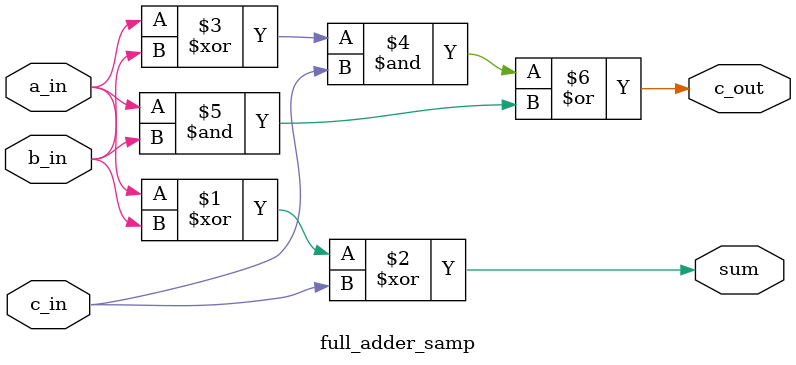
<source format=v>
`timescale 1ns / 1ps


module full_adder_samp(
    input a_in,
    input b_in,
    input c_in,
    output sum,
    output c_out
    );
    wire w1,w2,w3;
    
    assign sum = a_in^b_in^c_in;
    assign c_out = ((a_in^b_in)&c_in)|(a_in&b_in);
    
    
endmodule

</source>
